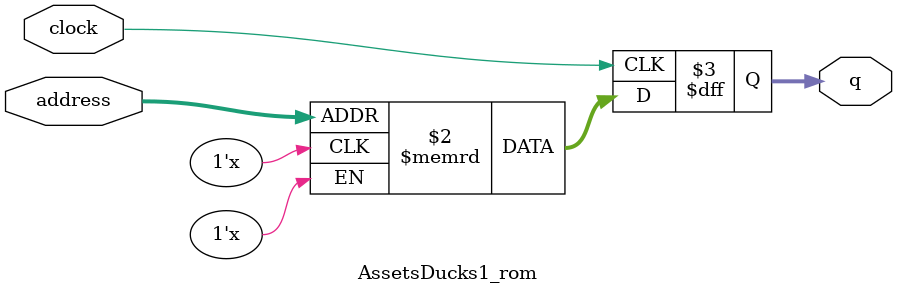
<source format=sv>
module AssetsDucks1_rom (
	input logic clock,
	input logic [11:0] address,
	output logic [3:0] q
);

logic [3:0] memory [0:4095] /* synthesis ram_init_file = "./AssetsDucks1/AssetsDucks1.mif" */;

always_ff @ (posedge clock) begin
	q <= memory[address];
end

endmodule

</source>
